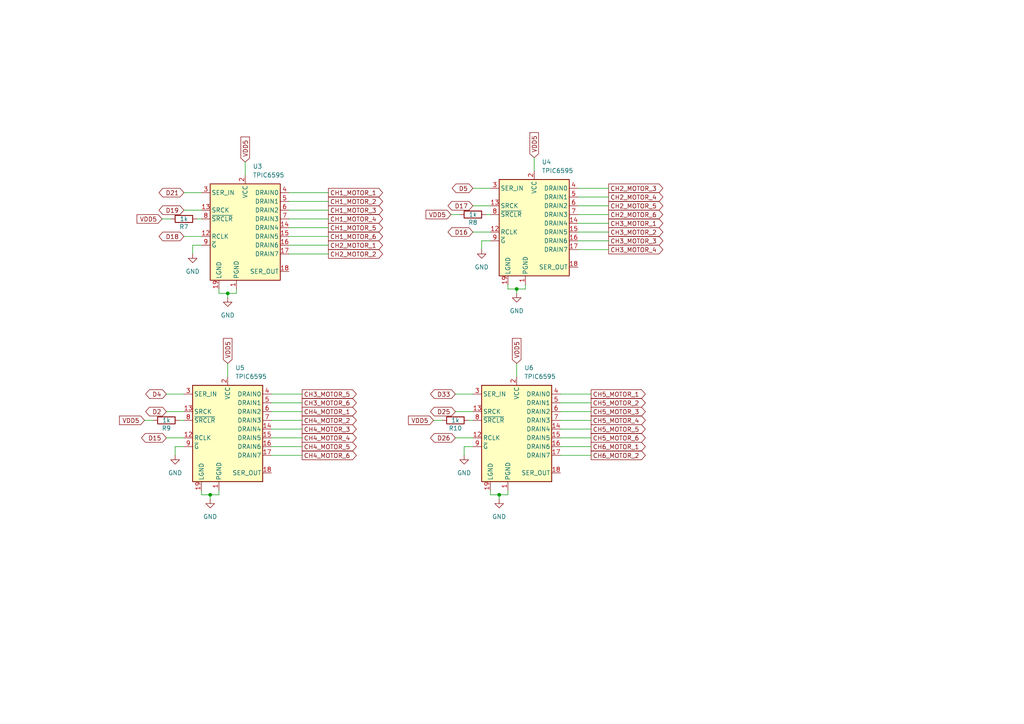
<source format=kicad_sch>
(kicad_sch (version 20231120) (generator "eeschema") (generator_version "8.0")
  (paper "A4")
  (lib_symbols
    (symbol "Device:R" (pin_numbers hide) (pin_names (offset 0))
      (property "Reference" "R" (at 2.032 0 90))
      (property "Value" "R" (at 0 0 90))
      (symbol "R_0_1"
        (rectangle (start -1.016 -2.54) (end 1.016 2.54) (stroke (width 0.254)))
      )
      (symbol "R_1_1"
        (pin passive line (at 0 3.81 270) (length 1.27) (name "~") (number "1"))
        (pin passive line (at 0 -3.81 90) (length 1.27) (name "~") (number "2"))
      )
    )
    (symbol "Interface_Expansion:TPIC6595" (pin_names (offset 0.381))
      (property "Reference" "U" (at -8.89 13.97 0))
      (property "Value" "TPIC6595" (at 6.35 13.97 0))
      (symbol "TPIC6595_0_1"
        (rectangle (start -10.16 12.7) (end 10.16 -15.24) (stroke (width 0.254)) (fill (type background)))
      )
      (symbol "TPIC6595_1_1"
        (pin power_in line (at -2.54 -17.78 90) (length 2.54) (name "PGND") (number "1"))
        (pin passive line (at -2.54 -17.78 90) (length 2.54) hide (name "PGND") (number "10"))
        (pin passive line (at -2.54 -17.78 90) (length 2.54) hide (name "PGND") (number "11"))
        (pin input line (at -12.7 -2.54 0) (length 2.54) (name "RCLK") (number "12"))
        (pin input line (at -12.7 5.08 0) (length 2.54) (name "SRCK") (number "13"))
        (pin open_collector line (at 12.7 0 180) (length 2.54) (name "DRAIN4") (number "14"))
        (pin open_collector line (at 12.7 -2.54 180) (length 2.54) (name "DRAIN5") (number "15"))
        (pin open_collector line (at 12.7 -5.08 180) (length 2.54) (name "DRAIN6") (number "16"))
        (pin open_collector line (at 12.7 -7.62 180) (length 2.54) (name "DRAIN7") (number "17"))
        (pin output line (at 12.7 -12.7 180) (length 2.54) (name "SER_OUT") (number "18"))
        (pin power_in line (at -7.62 -17.78 90) (length 2.54) (name "LGND") (number "19"))
        (pin power_in line (at 0 15.24 270) (length 2.54) (name "VCC") (number "2"))
        (pin passive line (at -2.54 -17.78 90) (length 2.54) hide (name "PGND") (number "20"))
        (pin input line (at -12.7 10.16 0) (length 2.54) (name "SER_IN") (number "3"))
        (pin open_collector line (at 12.7 10.16 180) (length 2.54) (name "DRAIN0") (number "4"))
        (pin open_collector line (at 12.7 7.62 180) (length 2.54) (name "DRAIN1") (number "5"))
        (pin open_collector line (at 12.7 5.08 180) (length 2.54) (name "DRAIN2") (number "6"))
        (pin open_collector line (at 12.7 2.54 180) (length 2.54) (name "DRAIN3") (number "7"))
        (pin input line (at -12.7 2.54 0) (length 2.54) (name "~{SRCLR}") (number "8"))
        (pin input line (at -12.7 -5.08 0) (length 2.54) (name "~{G}") (number "9"))
      )
    )
    (symbol "power:GND" (power) (pin_numbers hide) (pin_names (offset 0) hide)
      (property "Value" "GND" (at 0 -3.81 0))
      (symbol "GND_0_1"
        (polyline (pts (xy 0 0) (xy 0 -1.27) (xy 1.27 -1.27) (xy 0 -2.54) (xy -1.27 -1.27) (xy 0 -1.27)))
      )
      (symbol "GND_1_1"
        (pin power_in line (at 0 0 270) (length 0) (name "~") (number "1"))
      )
    )
  )
  (junction (at 66.04 85.09))
  (junction (at 144.78 143.51))
  (junction (at 149.86 83.82))
  (junction (at 60.96 143.51))
  (wire (pts (xy 52.07 121.92) (xy 53.34 121.92)))
  (wire (pts (xy 167.64 69.85) (xy 176.53 69.85)))
  (wire (pts (xy 68.58 85.09) (xy 66.04 85.09)))
  (wire (pts (xy 162.56 121.92) (xy 171.45 121.92)))
  (wire (pts (xy 48.26 119.38) (xy 53.34 119.38)))
  (wire (pts (xy 149.86 85.09) (xy 149.86 83.82)))
  (wire (pts (xy 167.64 64.77) (xy 176.53 64.77)))
  (wire (pts (xy 142.24 143.51) (xy 142.24 142.24)))
  (wire (pts (xy 167.64 59.69) (xy 176.53 59.69)))
  (wire (pts (xy 162.56 132.08) (xy 171.45 132.08)))
  (wire (pts (xy 167.64 67.31) (xy 176.53 67.31)))
  (wire (pts (xy 139.7 69.85) (xy 142.24 69.85)))
  (wire (pts (xy 147.32 143.51) (xy 144.78 143.51)))
  (wire (pts (xy 83.82 55.88) (xy 95.25 55.88)))
  (wire (pts (xy 147.32 142.24) (xy 147.32 143.51)))
  (wire (pts (xy 139.7 72.39) (xy 139.7 69.85)))
  (wire (pts (xy 63.5 142.24) (xy 63.5 143.51)))
  (wire (pts (xy 162.56 124.46) (xy 171.45 124.46)))
  (wire (pts (xy 83.82 68.58) (xy 95.25 68.58)))
  (wire (pts (xy 152.4 82.55) (xy 152.4 83.82)))
  (wire (pts (xy 83.82 60.96) (xy 95.25 60.96)))
  (wire (pts (xy 83.82 66.04) (xy 95.25 66.04)))
  (wire (pts (xy 66.04 85.09) (xy 63.5 85.09)))
  (wire (pts (xy 78.74 124.46) (xy 87.63 124.46)))
  (wire (pts (xy 78.74 127) (xy 87.63 127)))
  (wire (pts (xy 66.04 86.36) (xy 66.04 85.09)))
  (wire (pts (xy 83.82 63.5) (xy 95.25 63.5)))
  (wire (pts (xy 68.58 83.82) (xy 68.58 85.09)))
  (wire (pts (xy 135.89 121.92) (xy 137.16 121.92)))
  (wire (pts (xy 60.96 144.78) (xy 60.96 143.51)))
  (wire (pts (xy 167.64 62.23) (xy 176.53 62.23)))
  (wire (pts (xy 53.34 60.96) (xy 58.42 60.96)))
  (wire (pts (xy 71.12 46.99) (xy 71.12 50.8)))
  (wire (pts (xy 137.16 59.69) (xy 142.24 59.69)))
  (wire (pts (xy 144.78 144.78) (xy 144.78 143.51)))
  (wire (pts (xy 167.64 72.39) (xy 176.53 72.39)))
  (wire (pts (xy 66.04 105.41) (xy 66.04 109.22)))
  (wire (pts (xy 134.62 132.08) (xy 134.62 129.54)))
  (wire (pts (xy 48.26 127) (xy 53.34 127)))
  (wire (pts (xy 53.34 68.58) (xy 58.42 68.58)))
  (wire (pts (xy 162.56 119.38) (xy 171.45 119.38)))
  (wire (pts (xy 60.96 143.51) (xy 58.42 143.51)))
  (wire (pts (xy 162.56 129.54) (xy 171.45 129.54)))
  (wire (pts (xy 83.82 58.42) (xy 95.25 58.42)))
  (wire (pts (xy 137.16 67.31) (xy 142.24 67.31)))
  (wire (pts (xy 149.86 83.82) (xy 147.32 83.82)))
  (wire (pts (xy 58.42 143.51) (xy 58.42 142.24)))
  (wire (pts (xy 78.74 129.54) (xy 87.63 129.54)))
  (wire (pts (xy 140.97 62.23) (xy 142.24 62.23)))
  (wire (pts (xy 63.5 143.51) (xy 60.96 143.51)))
  (wire (pts (xy 130.81 62.23) (xy 133.35 62.23)))
  (wire (pts (xy 83.82 73.66) (xy 95.25 73.66)))
  (wire (pts (xy 162.56 116.84) (xy 171.45 116.84)))
  (wire (pts (xy 125.73 121.92) (xy 128.27 121.92)))
  (wire (pts (xy 167.64 54.61) (xy 176.53 54.61)))
  (wire (pts (xy 50.8 132.08) (xy 50.8 129.54)))
  (wire (pts (xy 78.74 119.38) (xy 87.63 119.38)))
  (wire (pts (xy 162.56 127) (xy 171.45 127)))
  (wire (pts (xy 132.08 127) (xy 137.16 127)))
  (wire (pts (xy 147.32 83.82) (xy 147.32 82.55)))
  (wire (pts (xy 83.82 71.12) (xy 95.25 71.12)))
  (wire (pts (xy 167.64 57.15) (xy 176.53 57.15)))
  (wire (pts (xy 162.56 114.3) (xy 171.45 114.3)))
  (wire (pts (xy 55.88 71.12) (xy 58.42 71.12)))
  (wire (pts (xy 41.91 121.92) (xy 44.45 121.92)))
  (wire (pts (xy 55.88 73.66) (xy 55.88 71.12)))
  (wire (pts (xy 63.5 85.09) (xy 63.5 83.82)))
  (wire (pts (xy 78.74 121.92) (xy 87.63 121.92)))
  (wire (pts (xy 78.74 114.3) (xy 87.63 114.3)))
  (wire (pts (xy 152.4 83.82) (xy 149.86 83.82)))
  (wire (pts (xy 154.94 45.72) (xy 154.94 49.53)))
  (wire (pts (xy 132.08 114.3) (xy 137.16 114.3)))
  (wire (pts (xy 137.16 54.61) (xy 142.24 54.61)))
  (wire (pts (xy 50.8 129.54) (xy 53.34 129.54)))
  (wire (pts (xy 144.78 143.51) (xy 142.24 143.51)))
  (wire (pts (xy 78.74 132.08) (xy 87.63 132.08)))
  (wire (pts (xy 132.08 119.38) (xy 137.16 119.38)))
  (wire (pts (xy 134.62 129.54) (xy 137.16 129.54)))
  (wire (pts (xy 149.86 105.41) (xy 149.86 109.22)))
  (wire (pts (xy 78.74 116.84) (xy 87.63 116.84)))
  (wire (pts (xy 46.99 63.5) (xy 49.53 63.5)))
  (wire (pts (xy 48.26 114.3) (xy 53.34 114.3)))
  (wire (pts (xy 53.34 55.88) (xy 58.42 55.88)))
  (wire (pts (xy 57.15 63.5) (xy 58.42 63.5)))
  (global_label "CH2_MOTOR_1" (shape output) (at 95.25 71.12 0) (property "Intersheetrefs" "${INTERSHEET_REFS}" (effects (hide yes))))
  (global_label "CH3_MOTOR_6" (shape output) (at 87.63 116.84 0) (property "Intersheetrefs" "${INTERSHEET_REFS}" (effects (hide yes))))
  (global_label "CH5_MOTOR_3" (shape output) (at 171.45 119.38 0) (property "Intersheetrefs" "${INTERSHEET_REFS}" (effects (hide yes))))
  (global_label "CH4_MOTOR_2" (shape output) (at 87.63 121.92 0) (property "Intersheetrefs" "${INTERSHEET_REFS}" (effects (hide yes))))
  (global_label "CH5_MOTOR_1" (shape output) (at 171.45 114.3 0) (property "Intersheetrefs" "${INTERSHEET_REFS}" (effects (hide yes))))
  (global_label "CH1_MOTOR_4" (shape output) (at 95.25 63.5 0) (property "Intersheetrefs" "${INTERSHEET_REFS}" (effects (hide yes))))
  (global_label "D2" (shape bidirectional) (at 48.26 119.38 180) (property "Intersheetrefs" "${INTERSHEET_REFS}" (effects (hide yes))))
  (global_label "VDD5" (shape input) (at 149.86 105.41 90) (property "Intersheetrefs" "${INTERSHEET_REFS}" (effects (hide yes))))
  (global_label "VDD5" (shape input) (at 66.04 105.41 90) (property "Intersheetrefs" "${INTERSHEET_REFS}" (effects (hide yes))))
  (global_label "CH5_MOTOR_2" (shape output) (at 171.45 116.84 0) (property "Intersheetrefs" "${INTERSHEET_REFS}" (effects (hide yes))))
  (global_label "D15" (shape bidirectional) (at 48.26 127 180) (property "Intersheetrefs" "${INTERSHEET_REFS}" (effects (hide yes))))
  (global_label "CH6_MOTOR_2" (shape output) (at 171.45 132.08 0) (property "Intersheetrefs" "${INTERSHEET_REFS}" (effects (hide yes))))
  (global_label "VDD5" (shape input) (at 46.99 63.5 180) (property "Intersheetrefs" "${INTERSHEET_REFS}" (effects (hide yes))))
  (global_label "VDD5" (shape input) (at 125.73 121.92 180) (property "Intersheetrefs" "${INTERSHEET_REFS}" (effects (hide yes))))
  (global_label "CH1_MOTOR_3" (shape output) (at 95.25 60.96 0) (property "Intersheetrefs" "${INTERSHEET_REFS}" (effects (hide yes))))
  (global_label "D17" (shape bidirectional) (at 137.16 59.69 180) (property "Intersheetrefs" "${INTERSHEET_REFS}" (effects (hide yes))))
  (global_label "CH1_MOTOR_6" (shape output) (at 95.25 68.58 0) (property "Intersheetrefs" "${INTERSHEET_REFS}" (effects (hide yes))))
  (global_label "CH2_MOTOR_2" (shape output) (at 95.25 73.66 0) (property "Intersheetrefs" "${INTERSHEET_REFS}" (effects (hide yes))))
  (global_label "CH2_MOTOR_5" (shape output) (at 176.53 59.69 0) (property "Intersheetrefs" "${INTERSHEET_REFS}" (effects (hide yes))))
  (global_label "CH5_MOTOR_5" (shape output) (at 171.45 124.46 0) (property "Intersheetrefs" "${INTERSHEET_REFS}" (effects (hide yes))))
  (global_label "CH4_MOTOR_5" (shape output) (at 87.63 129.54 0) (property "Intersheetrefs" "${INTERSHEET_REFS}" (effects (hide yes))))
  (global_label "D5" (shape bidirectional) (at 137.16 54.61 180) (property "Intersheetrefs" "${INTERSHEET_REFS}" (effects (hide yes))))
  (global_label "D18" (shape bidirectional) (at 53.34 68.58 180) (property "Intersheetrefs" "${INTERSHEET_REFS}" (effects (hide yes))))
  (global_label "CH3_MOTOR_5" (shape output) (at 87.63 114.3 0) (property "Intersheetrefs" "${INTERSHEET_REFS}" (effects (hide yes))))
  (global_label "CH4_MOTOR_6" (shape output) (at 87.63 132.08 0) (property "Intersheetrefs" "${INTERSHEET_REFS}" (effects (hide yes))))
  (global_label "CH4_MOTOR_1" (shape output) (at 87.63 119.38 0) (property "Intersheetrefs" "${INTERSHEET_REFS}" (effects (hide yes))))
  (global_label "VDD5" (shape input) (at 130.81 62.23 180) (property "Intersheetrefs" "${INTERSHEET_REFS}" (effects (hide yes))))
  (global_label "D4" (shape bidirectional) (at 48.26 114.3 180) (property "Intersheetrefs" "${INTERSHEET_REFS}" (effects (hide yes))))
  (global_label "CH1_MOTOR_5" (shape output) (at 95.25 66.04 0) (property "Intersheetrefs" "${INTERSHEET_REFS}" (effects (hide yes))))
  (global_label "CH3_MOTOR_4" (shape output) (at 176.53 72.39 0) (property "Intersheetrefs" "${INTERSHEET_REFS}" (effects (hide yes))))
  (global_label "CH3_MOTOR_1" (shape output) (at 176.53 64.77 0) (property "Intersheetrefs" "${INTERSHEET_REFS}" (effects (hide yes))))
  (global_label "CH1_MOTOR_2" (shape output) (at 95.25 58.42 0) (property "Intersheetrefs" "${INTERSHEET_REFS}" (effects (hide yes))))
  (global_label "CH4_MOTOR_4" (shape output) (at 87.63 127 0) (property "Intersheetrefs" "${INTERSHEET_REFS}" (effects (hide yes))))
  (global_label "CH5_MOTOR_6" (shape output) (at 171.45 127 0) (property "Intersheetrefs" "${INTERSHEET_REFS}" (effects (hide yes))))
  (global_label "VDD5" (shape input) (at 71.12 46.99 90) (property "Intersheetrefs" "${INTERSHEET_REFS}" (effects (hide yes))))
  (global_label "D16" (shape bidirectional) (at 137.16 67.31 180) (property "Intersheetrefs" "${INTERSHEET_REFS}" (effects (hide yes))))
  (global_label "CH2_MOTOR_4" (shape output) (at 176.53 57.15 0) (property "Intersheetrefs" "${INTERSHEET_REFS}" (effects (hide yes))))
  (global_label "CH5_MOTOR_4" (shape output) (at 171.45 121.92 0) (property "Intersheetrefs" "${INTERSHEET_REFS}" (effects (hide yes))))
  (global_label "D19" (shape bidirectional) (at 53.34 60.96 180) (property "Intersheetrefs" "${INTERSHEET_REFS}" (effects (hide yes))))
  (global_label "CH4_MOTOR_3" (shape output) (at 87.63 124.46 0) (property "Intersheetrefs" "${INTERSHEET_REFS}" (effects (hide yes))))
  (global_label "CH6_MOTOR_1" (shape output) (at 171.45 129.54 0) (property "Intersheetrefs" "${INTERSHEET_REFS}" (effects (hide yes))))
  (global_label "CH3_MOTOR_3" (shape output) (at 176.53 69.85 0) (property "Intersheetrefs" "${INTERSHEET_REFS}" (effects (hide yes))))
  (global_label "CH2_MOTOR_6" (shape output) (at 176.53 62.23 0) (property "Intersheetrefs" "${INTERSHEET_REFS}" (effects (hide yes))))
  (global_label "D21" (shape bidirectional) (at 53.34 55.88 180) (property "Intersheetrefs" "${INTERSHEET_REFS}" (effects (hide yes))))
  (global_label "VDD5" (shape input) (at 41.91 121.92 180) (property "Intersheetrefs" "${INTERSHEET_REFS}" (effects (hide yes))))
  (global_label "CH3_MOTOR_2" (shape output) (at 176.53 67.31 0) (property "Intersheetrefs" "${INTERSHEET_REFS}" (effects (hide yes))))
  (global_label "D25" (shape bidirectional) (at 132.08 119.38 180) (property "Intersheetrefs" "${INTERSHEET_REFS}" (effects (hide yes))))
  (global_label "D33" (shape bidirectional) (at 132.08 114.3 180) (property "Intersheetrefs" "${INTERSHEET_REFS}" (effects (hide yes))))
  (global_label "CH1_MOTOR_1" (shape output) (at 95.25 55.88 0) (property "Intersheetrefs" "${INTERSHEET_REFS}" (effects (hide yes))))
  (global_label "VDD5" (shape input) (at 154.94 45.72 90) (property "Intersheetrefs" "${INTERSHEET_REFS}" (effects (hide yes))))
  (global_label "CH2_MOTOR_3" (shape output) (at 176.53 54.61 0) (property "Intersheetrefs" "${INTERSHEET_REFS}" (effects (hide yes))))
  (global_label "D26" (shape bidirectional) (at 132.08 127 180) (property "Intersheetrefs" "${INTERSHEET_REFS}" (effects (hide yes))))
  (symbol (lib_id "power:GND") (at 149.86 85.09 0) (unit 1)
    (property "Reference" "#PWR34" (effects (hide yes)))
    (property "Value" "GND" (at 149.86 90.17 0))
    (property "Description" "Power symbol creates a global label with name \"GND\" , ground" (effects (hide yes)))
  )
  (symbol (lib_id "Interface_Expansion:TPIC6595") (at 149.86 124.46 0) (unit 1)
    (property "Reference" "U6" (at 152.0541 106.68 0) (effects (justify left)))
    (property "Value" "TPIC6595" (at 152.0541 109.22 0) (effects (justify left)))
    (property "Footprint" "tpic6595:DIP794W53P254L2540H508Q20N" (effects (hide yes)))
    (property "Datasheet" "http://www.ti.com/lit/ds/symlink/tpic6595.pdf" (effects (hide yes)))
    (property "Description" "Power Logic 8-bit Shift Register, DIP-8/SOIC-8" (effects (hide yes)))
  )
  (symbol (lib_id "power:GND") (at 66.04 86.36 0) (unit 1)
    (property "Reference" "#PWR32" (effects (hide yes)))
    (property "Value" "GND" (at 66.04 91.44 0))
    (property "Description" "Power symbol creates a global label with name \"GND\" , ground" (effects (hide yes)))
  )
  (symbol (lib_id "Device:R") (at 53.34 63.5 90) (unit 1)
    (property "Reference" "R7" (at 53.34 65.786 90))
    (property "Value" "1k" (at 53.34 63.5 90))
    (property "Footprint" "Resistor_THT:R_Axial_DIN0617_L17.0mm_D6.0mm_P25.40mm_Horizontal" (effects (hide yes)))
    (property "Description" "Resistor" (effects (hide yes)))
  )
  (symbol (lib_id "Interface_Expansion:TPIC6595") (at 71.12 66.04 0) (unit 1)
    (property "Reference" "U3" (at 73.3141 48.26 0) (effects (justify left)))
    (property "Value" "TPIC6595" (at 73.3141 50.8 0) (effects (justify left)))
    (property "Footprint" "tpic6595:DIP794W53P254L2540H508Q20N" (effects (hide yes)))
    (property "Datasheet" "http://www.ti.com/lit/ds/symlink/tpic6595.pdf" (effects (hide yes)))
    (property "Description" "Power Logic 8-bit Shift Register, DIP-8/SOIC-8" (effects (hide yes)))
  )
  (symbol (lib_id "power:GND") (at 50.8 132.08 0) (unit 1)
    (property "Reference" "#PWR35" (effects (hide yes)))
    (property "Value" "GND" (at 50.8 137.16 0))
    (property "Description" "Power symbol creates a global label with name \"GND\" , ground" (effects (hide yes)))
  )
  (symbol (lib_id "Interface_Expansion:TPIC6595") (at 66.04 124.46 0) (unit 1)
    (property "Reference" "U5" (at 68.2341 106.68 0) (effects (justify left)))
    (property "Value" "TPIC6595" (at 68.2341 109.22 0) (effects (justify left)))
    (property "Footprint" "tpic6595:DIP794W53P254L2540H508Q20N" (effects (hide yes)))
    (property "Datasheet" "http://www.ti.com/lit/ds/symlink/tpic6595.pdf" (effects (hide yes)))
    (property "Description" "Power Logic 8-bit Shift Register, DIP-8/SOIC-8" (effects (hide yes)))
  )
  (symbol (lib_id "power:GND") (at 134.62 132.08 0) (unit 1)
    (property "Reference" "#PWR37" (effects (hide yes)))
    (property "Value" "GND" (at 134.62 137.16 0))
    (property "Description" "Power symbol creates a global label with name \"GND\" , ground" (effects (hide yes)))
  )
  (symbol (lib_id "power:GND") (at 139.7 72.39 0) (unit 1)
    (property "Reference" "#PWR33" (effects (hide yes)))
    (property "Value" "GND" (at 139.7 77.47 0))
    (property "Description" "Power symbol creates a global label with name \"GND\" , ground" (effects (hide yes)))
  )
  (symbol (lib_id "Device:R") (at 137.16 62.23 90) (unit 1)
    (property "Reference" "R8" (at 137.16 64.516 90))
    (property "Value" "1k" (at 137.16 62.23 90))
    (property "Footprint" "Resistor_THT:R_Axial_DIN0617_L17.0mm_D6.0mm_P25.40mm_Horizontal" (effects (hide yes)))
    (property "Description" "Resistor" (effects (hide yes)))
  )
  (symbol (lib_id "power:GND") (at 55.88 73.66 0) (unit 1)
    (property "Reference" "#PWR31" (effects (hide yes)))
    (property "Value" "GND" (at 55.88 78.74 0))
    (property "Description" "Power symbol creates a global label with name \"GND\" , ground" (effects (hide yes)))
  )
  (symbol (lib_id "Device:R") (at 132.08 121.92 90) (unit 1)
    (property "Reference" "R10" (at 132.08 124.206 90))
    (property "Value" "1k" (at 132.08 121.92 90))
    (property "Footprint" "Resistor_THT:R_Axial_DIN0617_L17.0mm_D6.0mm_P25.40mm_Horizontal" (effects (hide yes)))
    (property "Description" "Resistor" (effects (hide yes)))
  )
  (symbol (lib_id "Interface_Expansion:TPIC6595") (at 154.94 64.77 0) (unit 1)
    (property "Reference" "U4" (at 157.1341 46.99 0) (effects (justify left)))
    (property "Value" "TPIC6595" (at 157.1341 49.53 0) (effects (justify left)))
    (property "Footprint" "tpic6595:DIP794W53P254L2540H508Q20N" (effects (hide yes)))
    (property "Datasheet" "http://www.ti.com/lit/ds/symlink/tpic6595.pdf" (effects (hide yes)))
    (property "Description" "Power Logic 8-bit Shift Register, DIP-8/SOIC-8" (effects (hide yes)))
  )
  (symbol (lib_id "Device:R") (at 48.26 121.92 90) (unit 1)
    (property "Reference" "R9" (at 48.26 124.206 90))
    (property "Value" "1k" (at 48.26 121.92 90))
    (property "Footprint" "Resistor_THT:R_Axial_DIN0617_L17.0mm_D6.0mm_P25.40mm_Horizontal" (effects (hide yes)))
    (property "Description" "Resistor" (effects (hide yes)))
  )
  (symbol (lib_id "power:GND") (at 60.96 144.78 0) (unit 1)
    (property "Reference" "#PWR36" (effects (hide yes)))
    (property "Value" "GND" (at 60.96 149.86 0))
    (property "Description" "Power symbol creates a global label with name \"GND\" , ground" (effects (hide yes)))
  )
  (symbol (lib_id "power:GND") (at 144.78 144.78 0) (unit 1)
    (property "Reference" "#PWR38" (effects (hide yes)))
    (property "Value" "GND" (at 144.78 149.86 0))
    (property "Description" "Power symbol creates a global label with name \"GND\" , ground" (effects (hide yes)))
  )
)
</source>
